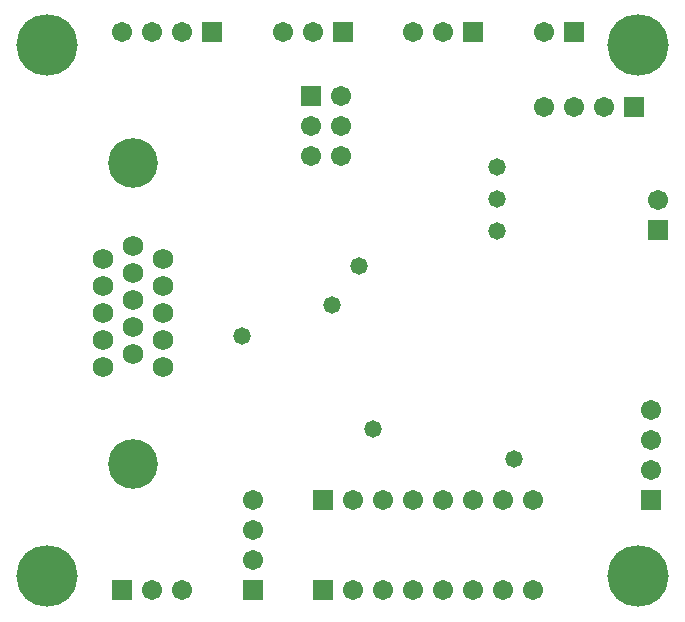
<source format=gbs>
%FSDAX24Y24*%
%MOIN*%
%SFA1B1*%

%IPPOS*%
%ADD47C,0.165500*%
%ADD48C,0.068000*%
%ADD49C,0.067100*%
%ADD50R,0.067100X0.067100*%
%ADD51R,0.067100X0.067100*%
%ADD52C,0.058000*%
%ADD53C,0.204900*%
%LNmetr4810_pcb_c_layout-1*%
%LPD*%
G54D47*
X002850Y013790D03*
Y003747D03*
G54D48*
X003850Y010568D03*
Y008768D03*
Y009668D03*
Y007868D03*
Y006968D03*
X002850Y007418D03*
Y008318D03*
Y010118D03*
Y009218D03*
Y011018D03*
X001850Y006968D03*
Y007868D03*
Y009668D03*
Y008768D03*
Y010568D03*
G54D49*
X016573Y015650D03*
X017573D03*
X018573D03*
X020380Y012550D03*
X020130Y003555D03*
Y004555D03*
Y005555D03*
X004500Y-000445D03*
X003500D03*
X016215D03*
X015215D03*
X014215D03*
X013215D03*
X012215D03*
X011215D03*
X010215D03*
X016215Y002555D03*
X015215D03*
X014215D03*
X013215D03*
X012215D03*
X011215D03*
X010215D03*
X016573Y018161D03*
X006858Y000555D03*
Y001555D03*
Y002555D03*
X007858Y018161D03*
X008858D03*
X012215D03*
X013215D03*
X004500D03*
X003500D03*
X002500D03*
X009800Y014000D03*
X008800D03*
X009800Y015000D03*
X008800D03*
X009800Y016000D03*
G54D50*
X019573Y015650D03*
X002500Y-000445D03*
X009215D03*
Y002555D03*
X017573Y018161D03*
X009858D03*
X014215D03*
X005500D03*
G54D51*
X020380Y011550D03*
X020130Y002555D03*
X006858Y-000445D03*
X008800Y016000D03*
G54D52*
X015000Y011500D03*
Y013650D03*
Y012575D03*
X006500Y008000D03*
X009500Y009050D03*
X015552Y003900D03*
X010850Y004900D03*
X010400Y010350D03*
G54D53*
X000000Y000000D03*
Y017717D03*
X019685Y000000D03*
Y017717D03*
M02*
</source>
